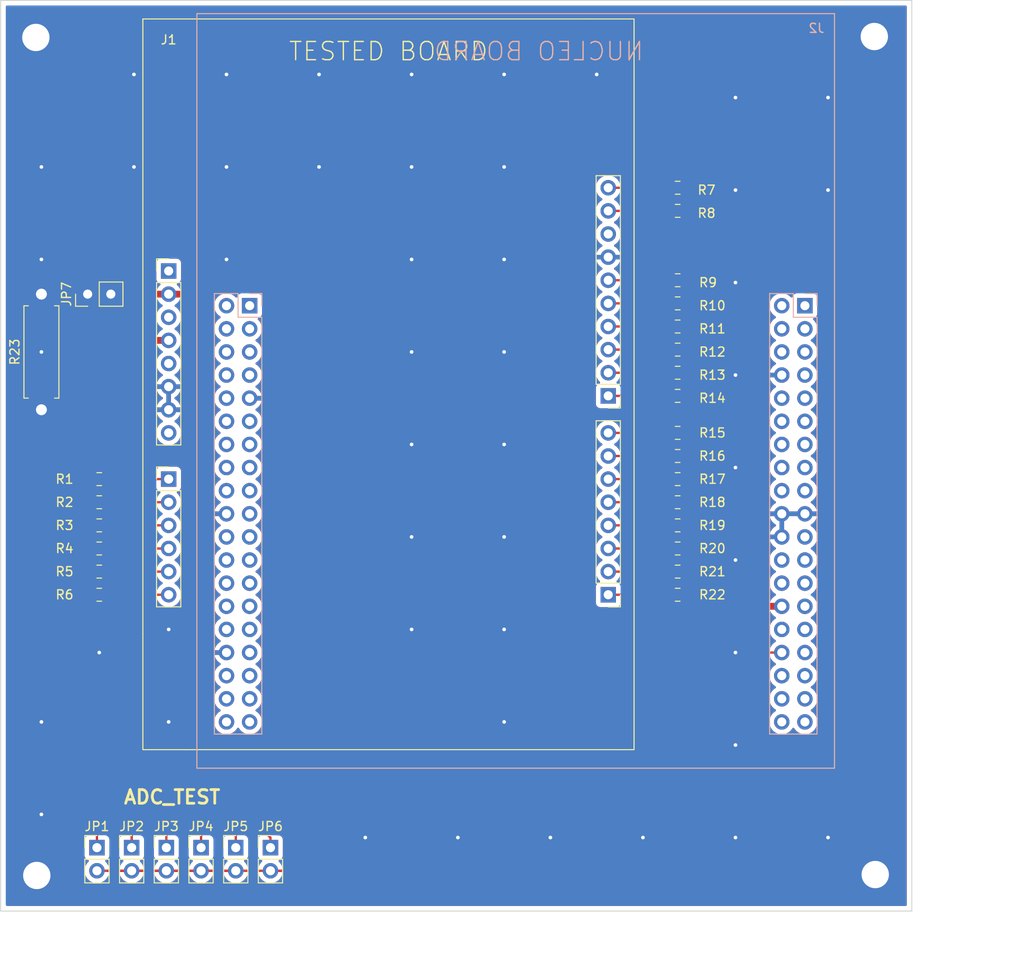
<source format=kicad_pcb>
(kicad_pcb (version 20171130) (host pcbnew "(5.1.10)-1")
  (layers (0 F.Cu signal) (31 B.Cu signal) (34 B.Paste user) (35 F.Paste user) (36 B.SilkS user) (37 F.SilkS user) (38 B.Mask user) (39 F.Mask user) (44 Edge.Cuts user))
  (net 0 "")
  (net 1 /T_P5-9V_VIN)
  (net 2 GND)
  (net 3 /T_P5V_USB)
  (net 4 /T_RESET_PTA1)
  (net 5 /T_SDA_PTD5)
  (net 6 /T_VREFH)
  (net 7 /PC10)
  (net 8 /PC11)
  (net 9 /PC12)
  (net 10 /PD2)
  (net 11 /VDD)
  (net 12 /E5V)
  (net 13 /BOOT0)
  (net 14 /IOREF)
  (net 15 /PA13)
  (net 16 /RESET)
  (net 17 /PA14)
  (net 18 /+3V3)
  (net 19 /PA15)
  (net 20 /+5V)
  (net 21 /PB7)
  (net 22 /PC13)
  (net 23 /VIN)
  (net 24 /PC14)
  (net 25 /PC15)
  (net 26 /PA0)
  (net 27 /PH0)
  (net 28 /PA1)
  (net 29 /PH1)
  (net 30 /PA4)
  (net 31 /VBAT)
  (net 32 /PB0)
  (net 33 /PC2)
  (net 34 /PC1)
  (net 35 /PC3)
  (net 36 /PC0)
  (net 37 /PA3)
  (net 38 /PA2)
  (net 39 /PC4)
  (net 40 /PA10)
  (net 41 /PB3)
  (net 42 /PB13)
  (net 43 /PB5)
  (net 44 /PB14)
  (net 45 /PB4)
  (net 46 /PB15)
  (net 47 /PB10)
  (net 48 /PB1)
  (net 49 /PA8)
  (net 50 /PB2)
  (net 51 /PA9)
  (net 52 /PC7)
  (net 53 /PB11)
  (net 54 /PB6)
  (net 55 /PB12)
  (net 56 /PA7)
  (net 57 /PA11)
  (net 58 /PA6)
  (net 59 /PA12)
  (net 60 /PA5)
  (net 61 /U5V)
  (net 62 /AVDD)
  (net 63 /PC5)
  (net 64 /PB9)
  (net 65 /PC6)
  (net 66 /PB8)
  (net 67 /PC8)
  (net 68 /PC9)
  (net 69 /T_PTB8)
  (net 70 /T_PTB9)
  (net 71 /T_PTA8)
  (net 72 /T_PTA0)
  (net 73 /T_PTA9)
  (net 74 /T_PTB13)
  (net 75 /T_PTB3)
  (net 76 /T_PTB4)
  (net 77 /T_PTB0)
  (net 78 /T_PTA6)
  (net 79 /T_PTA7)
  (net 80 /T_PTA5)
  (net 81 /T_PTB11)
  (net 82 /T_PTB10)
  (net 83 /T_PTB7)
  (net 84 /T_PTB6)
  (net 85 /T_PTA12)
  (net 86 /T_PTA10)
  (net 87 /T_PTB5)
  (net 88 /T_PTA11)
  (net 89 /T_PTB1)
  (net 90 /T_PTB2)
  (net 91 "Net-(J1-PadJ2_1)")
  (net 92 "Net-(J1-PadJ2_2)")
  (net 93 "Net-(J1-PadJ2_3)")
  (net 94 "Net-(J1-PadJ2_4)")
  (net 95 "Net-(J1-PadJ2_5)")
  (net 96 "Net-(J1-PadJ2_6)")
  (net 97 "Net-(J1-PadJ3_10)")
  (net 98 "Net-(J1-PadJ3_9)")
  (net 99 "Net-(J1-PadJ3_6)")
  (net 100 "Net-(J1-PadJ3_5)")
  (net 101 "Net-(J1-PadJ3_4)")
  (net 102 "Net-(J1-PadJ3_3)")
  (net 103 "Net-(J1-PadJ3_2)")
  (net 104 "Net-(J1-PadJ3_1)")
  (net 105 "Net-(J1-PadJ4_8)")
  (net 106 "Net-(J1-PadJ4_7)")
  (net 107 "Net-(J1-PadJ4_6)")
  (net 108 "Net-(J1-PadJ4_5)")
  (net 109 "Net-(J1-PadJ4_4)")
  (net 110 "Net-(J1-PadJ4_3)")
  (net 111 "Net-(J1-PadJ4_2)")
  (net 112 "Net-(J1-PadJ4_1)")
  (net 113 "Net-(J2-PadJ1_26)")
  (net 114 "Net-(J2-PadJ1_11)")
  (net 115 "Net-(J2-PadJ1_10)")
  (net 116 "Net-(J2-PadJ1_9)")
  (net 117 "Net-(J2-PadJ2_10)")
  (net 118 "Net-(J2-PadJ2_38)")
  (net 119 "Net-(J2-PadJ2_36)")
  (net 120 "Net-(JP7-Pad1)")
  (module Resistor_THT:R_Axial_DIN0411_L9.9mm_D3.6mm_P12.70mm_Horizontal (layer F.Cu) (at 127 72.39 90)
    (fp_text reference R23 (at 6.35 -2.92 90) (layer F.SilkS))
    (fp_text value "10 5W")
    (pad 2 thru_hole oval (at 12.7 0 90) (size 2.4 2.4) (drill 1.2) (layers *.Cu *.Mask) (net 120 "Net-(JP7-Pad1)"))
    (pad 1 thru_hole circle (at 0 0 90) (size 2.4 2.4) (drill 1.2) (layers *.Cu *.Mask) (net 2 GND))
  )
  (module TestBed_KL05_Library_Footprint:CONN_MORPH_NUCLEO (layer B.Cu) (at 179.07 55.88 180)
    (fp_text reference J2 (at -33.02 25.4) (layer B.SilkS) (effects (justify mirror)))
    (fp_text value CONN_NUCLEO_MORPH)
    (pad J2_8 thru_hole oval (at 31.75 -12.7 180) (size 1.7 1.7) (drill 1) (layers *.Cu *.Mask) (net 61 /U5V))
    (pad J2_19 thru_hole oval (at 29.21 -27.94 180) (size 1.7 1.7) (drill 1) (layers *.Cu *.Mask) (net 52 /PC7))
    (pad J2_3 thru_hole oval (at 29.21 -7.62 180) (size 1.7 1.7) (drill 1) (layers *.Cu *.Mask) (net 66 /PB8))
    (pad J2_33 thru_hole oval (at 29.21 -45.72 180) (size 1.7 1.7) (drill 1) (layers *.Cu *.Mask) (net 40 /PA10))
    (pad J2_17 thru_hole oval (at 29.21 -25.4 180) (size 1.7 1.7) (drill 1) (layers *.Cu *.Mask) (net 54 /PB6))
    (pad J2_1 thru_hole rect (at 29.21 -5.08 180) (size 1.7 1.7) (drill 1) (layers *.Cu *.Mask) (net 68 /PC9))
    (pad J2_27 thru_hole oval (at 29.21 -38.1 180) (size 1.7 1.7) (drill 1) (layers *.Cu *.Mask) (net 45 /PB4))
    (pad J2_23 thru_hole oval (at 29.21 -33.02 180) (size 1.7 1.7) (drill 1) (layers *.Cu *.Mask) (net 49 /PA8))
    (pad J2_35 thru_hole oval (at 29.21 -48.26 180) (size 1.7 1.7) (drill 1) (layers *.Cu *.Mask) (net 38 /PA2))
    (pad J2_16 thru_hole oval (at 31.75 -22.86 180) (size 1.7 1.7) (drill 1) (layers *.Cu *.Mask) (net 55 /PB12))
    (pad J2_36 thru_hole oval (at 31.75 -48.26 180) (size 1.7 1.7) (drill 1) (layers *.Cu *.Mask) (net 119 "Net-(J2-PadJ2_36)"))
    (pad J2_7 thru_hole oval (at 29.21 -12.7 180) (size 1.7 1.7) (drill 1) (layers *.Cu *.Mask) (net 62 /AVDD))
    (pad J2_32 thru_hole oval (at 31.75 -43.18 180) (size 1.7 1.7) (drill 1) (layers *.Cu *.Mask) (net 2 GND))
    (pad J2_25 thru_hole oval (at 29.21 -35.56 180) (size 1.7 1.7) (drill 1) (layers *.Cu *.Mask) (net 47 /PB10))
    (pad J2_24 thru_hole oval (at 31.75 -33.02 180) (size 1.7 1.7) (drill 1) (layers *.Cu *.Mask) (net 48 /PB1))
    (pad J2_13 thru_hole oval (at 29.21 -20.32 180) (size 1.7 1.7) (drill 1) (layers *.Cu *.Mask) (net 58 /PA6))
    (pad J2_31 thru_hole oval (at 29.21 -43.18 180) (size 1.7 1.7) (drill 1) (layers *.Cu *.Mask) (net 41 /PB3))
    (pad J2_4 thru_hole oval (at 31.75 -7.62 180) (size 1.7 1.7) (drill 1) (layers *.Cu *.Mask) (net 65 /PC6))
    (pad J2_21 thru_hole oval (at 29.21 -30.48 180) (size 1.7 1.7) (drill 1) (layers *.Cu *.Mask) (net 51 /PA9))
    (pad J2_14 thru_hole oval (at 31.75 -20.32 180) (size 1.7 1.7) (drill 1) (layers *.Cu *.Mask) (net 57 /PA11))
    (pad J2_5 thru_hole oval (at 29.21 -10.16 180) (size 1.7 1.7) (drill 1) (layers *.Cu *.Mask) (net 64 /PB9))
    (pad J2_20 thru_hole oval (at 31.75 -27.94 180) (size 1.7 1.7) (drill 1) (layers *.Cu *.Mask) (net 2 GND))
    (pad J2_9 thru_hole oval (at 29.21 -15.24 180) (size 1.7 1.7) (drill 1) (layers *.Cu *.Mask) (net 2 GND))
    (pad J2_11 thru_hole oval (at 29.21 -17.78 180) (size 1.7 1.7) (drill 1) (layers *.Cu *.Mask) (net 60 /PA5))
    (pad J2_34 thru_hole oval (at 31.75 -45.72 180) (size 1.7 1.7) (drill 1) (layers *.Cu *.Mask) (net 39 /PC4))
    (pad J2_26 thru_hole oval (at 31.75 -35.56 180) (size 1.7 1.7) (drill 1) (layers *.Cu *.Mask) (net 46 /PB15))
    (pad J2_30 thru_hole oval (at 31.75 -40.64 180) (size 1.7 1.7) (drill 1) (layers *.Cu *.Mask) (net 42 /PB13))
    (pad J2_29 thru_hole oval (at 29.21 -40.64 180) (size 1.7 1.7) (drill 1) (layers *.Cu *.Mask) (net 43 /PB5))
    (pad J2_15 thru_hole oval (at 29.21 -22.86 180) (size 1.7 1.7) (drill 1) (layers *.Cu *.Mask) (net 56 /PA7))
    (pad J2_37 thru_hole oval (at 29.21 -50.8 180) (size 1.7 1.7) (drill 1) (layers *.Cu *.Mask) (net 37 /PA3))
    (pad J2_38 thru_hole oval (at 31.75 -50.8 180) (size 1.7 1.7) (drill 1) (layers *.Cu *.Mask) (net 118 "Net-(J2-PadJ2_38)"))
    (pad J2_18 thru_hole oval (at 31.75 -25.4 180) (size 1.7 1.7) (drill 1) (layers *.Cu *.Mask) (net 53 /PB11))
    (pad J2_22 thru_hole oval (at 31.75 -30.48 180) (size 1.7 1.7) (drill 1) (layers *.Cu *.Mask) (net 50 /PB2))
    (pad J2_2 thru_hole oval (at 31.75 -5.08 180) (size 1.7 1.7) (drill 1) (layers *.Cu *.Mask) (net 67 /PC8))
    (pad J2_6 thru_hole oval (at 31.75 -10.16 180) (size 1.7 1.7) (drill 1) (layers *.Cu *.Mask) (net 63 /PC5))
    (pad J2_28 thru_hole oval (at 31.75 -38.1 180) (size 1.7 1.7) (drill 1) (layers *.Cu *.Mask) (net 44 /PB14))
    (pad J2_10 thru_hole oval (at 31.75 -15.24 180) (size 1.7 1.7) (drill 1) (layers *.Cu *.Mask) (net 117 "Net-(J2-PadJ2_10)"))
    (pad J2_12 thru_hole oval (at 31.75 -17.78 180) (size 1.7 1.7) (drill 1) (layers *.Cu *.Mask) (net 59 /PA12))
    (pad J1_9 thru_hole oval (at -31.75 -15.24 180) (size 1.7 1.7) (drill 1) (layers *.Cu *.Mask) (net 116 "Net-(J2-PadJ1_9)"))
    (pad J1_20 thru_hole oval (at -29.21 -27.94 180) (size 1.7 1.7) (drill 1) (layers *.Cu *.Mask) (net 2 GND))
    (pad J1_25 thru_hole oval (at -31.75 -35.56 180) (size 1.7 1.7) (drill 1) (layers *.Cu *.Mask) (net 24 /PC14))
    (pad J1_15 thru_hole oval (at -31.75 -22.86 180) (size 1.7 1.7) (drill 1) (layers *.Cu *.Mask) (net 17 /PA14))
    (pad J1_32 thru_hole oval (at -29.21 -43.18 180) (size 1.7 1.7) (drill 1) (layers *.Cu *.Mask) (net 30 /PA4))
    (pad J1_7 thru_hole oval (at -31.75 -12.7 180) (size 1.7 1.7) (drill 1) (layers *.Cu *.Mask) (net 13 /BOOT0))
    (pad J1_17 thru_hole oval (at -31.75 -25.4 180) (size 1.7 1.7) (drill 1) (layers *.Cu *.Mask) (net 19 /PA15))
    (pad J1_33 thru_hole oval (at -31.75 -45.72 180) (size 1.7 1.7) (drill 1) (layers *.Cu *.Mask) (net 31 /VBAT))
    (pad J1_5 thru_hole oval (at -31.75 -10.16 180) (size 1.7 1.7) (drill 1) (layers *.Cu *.Mask) (net 11 /VDD))
    (pad J1_29 thru_hole oval (at -31.75 -40.64 180) (size 1.7 1.7) (drill 1) (layers *.Cu *.Mask) (net 27 /PH0))
    (pad J1_3 thru_hole oval (at -31.75 -7.62 180) (size 1.7 1.7) (drill 1) (layers *.Cu *.Mask) (net 9 /PC12))
    (pad J1_14 thru_hole oval (at -29.21 -20.32 180) (size 1.7 1.7) (drill 1) (layers *.Cu *.Mask) (net 16 /RESET))
    (pad J1_19 thru_hole oval (at -31.75 -27.94 180) (size 1.7 1.7) (drill 1) (layers *.Cu *.Mask) (net 2 GND))
    (pad J1_10 thru_hole oval (at -29.21 -15.24 180) (size 1.7 1.7) (drill 1) (layers *.Cu *.Mask) (net 115 "Net-(J2-PadJ1_10)"))
    (pad J1_21 thru_hole oval (at -31.75 -30.48 180) (size 1.7 1.7) (drill 1) (layers *.Cu *.Mask) (net 21 /PB7))
    (pad J1_4 thru_hole oval (at -29.21 -7.62 180) (size 1.7 1.7) (drill 1) (layers *.Cu *.Mask) (net 10 /PD2))
    (pad J1_28 thru_hole oval (at -29.21 -38.1 180) (size 1.7 1.7) (drill 1) (layers *.Cu *.Mask) (net 26 /PA0))
    (pad J1_30 thru_hole oval (at -29.21 -40.64 180) (size 1.7 1.7) (drill 1) (layers *.Cu *.Mask) (net 28 /PA1))
    (pad J1_31 thru_hole oval (at -31.75 -43.18 180) (size 1.7 1.7) (drill 1) (layers *.Cu *.Mask) (net 29 /PH1))
    (pad J1_6 thru_hole oval (at -29.21 -10.16 180) (size 1.7 1.7) (drill 1) (layers *.Cu *.Mask) (net 12 /E5V))
    (pad J1_13 thru_hole oval (at -31.75 -20.32 180) (size 1.7 1.7) (drill 1) (layers *.Cu *.Mask) (net 15 /PA13))
    (pad J1_2 thru_hole oval (at -29.21 -5.08 180) (size 1.7 1.7) (drill 1) (layers *.Cu *.Mask) (net 8 /PC11))
    (pad J1_8 thru_hole oval (at -29.21 -12.7 180) (size 1.7 1.7) (drill 1) (layers *.Cu *.Mask) (net 2 GND))
    (pad J1_11 thru_hole oval (at -31.75 -17.78 180) (size 1.7 1.7) (drill 1) (layers *.Cu *.Mask) (net 114 "Net-(J2-PadJ1_11)"))
    (pad J1_12 thru_hole oval (at -29.21 -17.78 180) (size 1.7 1.7) (drill 1) (layers *.Cu *.Mask) (net 14 /IOREF))
    (pad J1_1 thru_hole rect (at -31.75 -5.08 180) (size 1.7 1.7) (drill 1) (layers *.Cu *.Mask) (net 7 /PC10))
    (pad J1_16 thru_hole oval (at -29.21 -22.86 180) (size 1.7 1.7) (drill 1) (layers *.Cu *.Mask) (net 18 /+3V3))
    (pad J1_18 thru_hole oval (at -29.21 -25.4 180) (size 1.7 1.7) (drill 1) (layers *.Cu *.Mask) (net 20 /+5V))
    (pad J1_22 thru_hole oval (at -29.21 -30.48 180) (size 1.7 1.7) (drill 1) (layers *.Cu *.Mask) (net 2 GND))
    (pad J1_23 thru_hole oval (at -31.75 -33.02 180) (size 1.7 1.7) (drill 1) (layers *.Cu *.Mask) (net 22 /PC13))
    (pad J1_24 thru_hole oval (at -29.21 -33.02 180) (size 1.7 1.7) (drill 1) (layers *.Cu *.Mask) (net 23 /VIN))
    (pad J1_26 thru_hole oval (at -29.21 -35.56 180) (size 1.7 1.7) (drill 1) (layers *.Cu *.Mask) (net 113 "Net-(J2-PadJ1_26)"))
    (pad J1_27 thru_hole oval (at -31.75 -38.1 180) (size 1.7 1.7) (drill 1) (layers *.Cu *.Mask) (net 25 /PC15))
    (pad J1_35 thru_hole oval (at -31.75 -48.26 180) (size 1.7 1.7) (drill 1) (layers *.Cu *.Mask) (net 33 /PC2))
    (pad J1_34 thru_hole oval (at -29.21 -45.72 180) (size 1.7 1.7) (drill 1) (layers *.Cu *.Mask) (net 32 /PB0))
    (pad J1_38 thru_hole oval (at -29.21 -50.8 180) (size 1.7 1.7) (drill 1) (layers *.Cu *.Mask) (net 36 /PC0))
    (pad J1_36 thru_hole oval (at -29.21 -48.26 180) (size 1.7 1.7) (drill 1) (layers *.Cu *.Mask) (net 34 /PC1))
    (pad J1_37 thru_hole oval (at -31.75 -50.8 180) (size 1.7 1.7) (drill 1) (layers *.Cu *.Mask) (net 35 /PC3))
  )
  (module TestBed_KL05_Library_Footprint:CONN_ARDUINO_R3 (layer F.Cu) (at 165.1 68.58)
    (fp_text reference J1 (at -24.13 -36.83) (layer F.SilkS))
    (fp_text value CONN_ARDUINO_R3)
    (pad J3_5 thru_hole oval (at 24.13 -7.874 180) (size 1.7 1.7) (drill 1) (layers *.Cu *.Mask) (net 100 "Net-(J1-PadJ3_5)"))
    (pad J3_7 thru_hole oval (at 24.13 -12.954 180) (size 1.7 1.7) (drill 1) (layers *.Cu *.Mask) (net 2 GND))
    (pad J3_4 thru_hole oval (at 24.13 -5.334 180) (size 1.7 1.7) (drill 1) (layers *.Cu *.Mask) (net 101 "Net-(J1-PadJ3_4)"))
    (pad J3_9 thru_hole oval (at 24.13 -18.034 180) (size 1.7 1.7) (drill 1) (layers *.Cu *.Mask) (net 98 "Net-(J1-PadJ3_9)"))
    (pad J3_3 thru_hole oval (at 24.13 -2.794 180) (size 1.7 1.7) (drill 1) (layers *.Cu *.Mask) (net 102 "Net-(J1-PadJ3_3)"))
    (pad J3_8 thru_hole oval (at 24.13 -15.494 180) (size 1.7 1.7) (drill 1) (layers *.Cu *.Mask) (net 6 /T_VREFH))
    (pad J3_1 thru_hole rect (at 24.13 2.286 180) (size 1.7 1.7) (drill 1) (layers *.Cu *.Mask) (net 104 "Net-(J1-PadJ3_1)"))
    (pad J3_2 thru_hole oval (at 24.13 -0.254 180) (size 1.7 1.7) (drill 1) (layers *.Cu *.Mask) (net 103 "Net-(J1-PadJ3_2)"))
    (pad J3_6 thru_hole oval (at 24.13 -10.414 180) (size 1.7 1.7) (drill 1) (layers *.Cu *.Mask) (net 99 "Net-(J1-PadJ3_6)"))
    (pad J3_10 thru_hole oval (at 24.13 -20.574 180) (size 1.7 1.7) (drill 1) (layers *.Cu *.Mask) (net 97 "Net-(J1-PadJ3_10)"))
    (pad J4_4 thru_hole oval (at 24.13 16.51 180) (size 1.7 1.7) (drill 1) (layers *.Cu *.Mask) (net 109 "Net-(J1-PadJ4_4)"))
    (pad J4_8 thru_hole oval (at 24.13 6.35 180) (size 1.7 1.7) (drill 1) (layers *.Cu *.Mask) (net 105 "Net-(J1-PadJ4_8)"))
    (pad J4_2 thru_hole oval (at 24.13 21.59 180) (size 1.7 1.7) (drill 1) (layers *.Cu *.Mask) (net 111 "Net-(J1-PadJ4_2)"))
    (pad J4_7 thru_hole oval (at 24.13 8.89 180) (size 1.7 1.7) (drill 1) (layers *.Cu *.Mask) (net 106 "Net-(J1-PadJ4_7)"))
    (pad J4_3 thru_hole oval (at 24.13 19.05 180) (size 1.7 1.7) (drill 1) (layers *.Cu *.Mask) (net 110 "Net-(J1-PadJ4_3)"))
    (pad J4_6 thru_hole oval (at 24.13 11.43 180) (size 1.7 1.7) (drill 1) (layers *.Cu *.Mask) (net 107 "Net-(J1-PadJ4_6)"))
    (pad J4_1 thru_hole rect (at 24.13 24.13 180) (size 1.7 1.7) (drill 1) (layers *.Cu *.Mask) (net 112 "Net-(J1-PadJ4_1)"))
    (pad J4_5 thru_hole oval (at 24.13 13.97 180) (size 1.7 1.7) (drill 1) (layers *.Cu *.Mask) (net 108 "Net-(J1-PadJ4_5)"))
    (pad J2_5 thru_hole oval (at -24.13 21.59) (size 1.7 1.7) (drill 1) (layers *.Cu *.Mask) (net 95 "Net-(J1-PadJ2_5)"))
    (pad J2_6 thru_hole oval (at -24.13 24.13) (size 1.7 1.7) (drill 1) (layers *.Cu *.Mask) (net 96 "Net-(J1-PadJ2_6)"))
    (pad J2_4 thru_hole oval (at -24.13 19.05) (size 1.7 1.7) (drill 1) (layers *.Cu *.Mask) (net 94 "Net-(J1-PadJ2_4)"))
    (pad J2_3 thru_hole oval (at -24.13 16.51) (size 1.7 1.7) (drill 1) (layers *.Cu *.Mask) (net 93 "Net-(J1-PadJ2_3)"))
    (pad J2_1 thru_hole rect (at -24.13 11.43) (size 1.7 1.7) (drill 1) (layers *.Cu *.Mask) (net 91 "Net-(J1-PadJ2_1)"))
    (pad J2_2 thru_hole oval (at -24.13 13.97) (size 1.7 1.7) (drill 1) (layers *.Cu *.Mask) (net 92 "Net-(J1-PadJ2_2)"))
    (pad J1_4 thru_hole oval (at -24.13 -3.81) (size 1.7 1.7) (drill 1) (layers *.Cu *.Mask) (net 26 /PA0))
    (pad J1_7 thru_hole oval (at -24.13 3.81) (size 1.7 1.7) (drill 1) (layers *.Cu *.Mask) (net 2 GND))
    (pad J1_1 thru_hole rect (at -24.13 -11.43) (size 1.7 1.7) (drill 1) (layers *.Cu *.Mask) (net 5 /T_SDA_PTD5))
    (pad J1_5 thru_hole oval (at -24.13 -1.27) (size 1.7 1.7) (drill 1) (layers *.Cu *.Mask) (net 3 /T_P5V_USB))
    (pad J1_6 thru_hole oval (at -24.13 1.27) (size 1.7 1.7) (drill 1) (layers *.Cu *.Mask) (net 2 GND))
    (pad J1_2 thru_hole oval (at -24.13 -8.89) (size 1.7 1.7) (drill 1) (layers *.Cu *.Mask) (net 26 /PA0))
    (pad J1_8 thru_hole oval (at -24.13 6.35) (size 1.7 1.7) (drill 1) (layers *.Cu *.Mask) (net 1 /T_P5-9V_VIN))
    (pad J1_3 thru_hole oval (at -24.13 -6.35) (size 1.7 1.7) (drill 1) (layers *.Cu *.Mask) (net 4 /T_RESET_PTA1))
  )
  (module Connector_PinHeader_2.54mm:PinHeader_1x02_P2.54mm_Vertical (layer F.Cu) (at 133.096 120.49)
    (fp_text reference JP1 (at 0 -2.33) (layer F.SilkS))
    (fp_text value Jumper)
    (pad 1 thru_hole rect (at 0 0) (size 1.7 1.7) (drill 1) (layers *.Cu *.Mask) (net 69 /T_PTB8))
    (pad 2 thru_hole oval (at 0 2.54) (size 1.7 1.7) (drill 1) (layers *.Cu *.Mask) (net 30 /PA4))
  )
  (module Connector_PinHeader_2.54mm:PinHeader_1x02_P2.54mm_Vertical (layer F.Cu) (at 136.906 120.49)
    (fp_text reference JP2 (at 0 -2.33) (layer F.SilkS))
    (fp_text value Jumper)
    (pad 2 thru_hole oval (at 0 2.54) (size 1.7 1.7) (drill 1) (layers *.Cu *.Mask) (net 30 /PA4))
    (pad 1 thru_hole rect (at 0 0) (size 1.7 1.7) (drill 1) (layers *.Cu *.Mask) (net 70 /T_PTB9))
  )
  (module Connector_PinHeader_2.54mm:PinHeader_1x02_P2.54mm_Vertical (layer F.Cu) (at 140.716 120.49)
    (fp_text reference JP3 (at 0 -2.33) (layer F.SilkS))
    (fp_text value Jumper)
    (pad 1 thru_hole rect (at 0 0) (size 1.7 1.7) (drill 1) (layers *.Cu *.Mask) (net 71 /T_PTA8))
    (pad 2 thru_hole oval (at 0 2.54) (size 1.7 1.7) (drill 1) (layers *.Cu *.Mask) (net 30 /PA4))
  )
  (module Connector_PinHeader_2.54mm:PinHeader_1x02_P2.54mm_Vertical (layer F.Cu) (at 144.526 120.49)
    (fp_text reference JP4 (at 0 -2.33) (layer F.SilkS))
    (fp_text value Jumper)
    (pad 2 thru_hole oval (at 0 2.54) (size 1.7 1.7) (drill 1) (layers *.Cu *.Mask) (net 30 /PA4))
    (pad 1 thru_hole rect (at 0 0) (size 1.7 1.7) (drill 1) (layers *.Cu *.Mask) (net 72 /T_PTA0))
  )
  (module Connector_PinHeader_2.54mm:PinHeader_1x02_P2.54mm_Vertical (layer F.Cu) (at 148.336 120.49)
    (fp_text reference JP5 (at 0 -2.33) (layer F.SilkS))
    (fp_text value Jumper)
    (pad 1 thru_hole rect (at 0 0) (size 1.7 1.7) (drill 1) (layers *.Cu *.Mask) (net 73 /T_PTA9))
    (pad 2 thru_hole oval (at 0 2.54) (size 1.7 1.7) (drill 1) (layers *.Cu *.Mask) (net 30 /PA4))
  )
  (module Connector_PinHeader_2.54mm:PinHeader_1x02_P2.54mm_Vertical (layer F.Cu) (at 152.146 120.49)
    (fp_text reference JP6 (at 0 -2.33) (layer F.SilkS))
    (fp_text value Jumper)
    (pad 2 thru_hole oval (at 0 2.54) (size 1.7 1.7) (drill 1) (layers *.Cu *.Mask) (net 30 /PA4))
    (pad 1 thru_hole rect (at 0 0) (size 1.7 1.7) (drill 1) (layers *.Cu *.Mask) (net 74 /T_PTB13))
  )
  (module Resistor_SMD:R_0805_2012Metric_Pad1.15x1.40mm_HandSolder (layer F.Cu) (at 133.35 80.01 180)
    (fp_text reference R1 (at 3.81 0) (layer F.SilkS))
    (fp_text value 330)
    (pad 2 smd roundrect (at 1.025 0 180) (size 1.15 1.4) (layers F.Cu F.Paste F.Mask) (roundrect_rratio 0.217391) (net 69 /T_PTB8))
    (pad 1 smd roundrect (at -1.025 0 180) (size 1.15 1.4) (layers F.Cu F.Paste F.Mask) (roundrect_rratio 0.217391) (net 91 "Net-(J1-PadJ2_1)"))
  )
  (module Resistor_SMD:R_0805_2012Metric_Pad1.15x1.40mm_HandSolder (layer F.Cu) (at 133.35 82.55 180)
    (fp_text reference R2 (at 3.81 0) (layer F.SilkS))
    (fp_text value 330)
    (pad 1 smd roundrect (at -1.025 0 180) (size 1.15 1.4) (layers F.Cu F.Paste F.Mask) (roundrect_rratio 0.217391) (net 92 "Net-(J1-PadJ2_2)"))
    (pad 2 smd roundrect (at 1.025 0 180) (size 1.15 1.4) (layers F.Cu F.Paste F.Mask) (roundrect_rratio 0.217391) (net 70 /T_PTB9))
  )
  (module Resistor_SMD:R_0805_2012Metric_Pad1.15x1.40mm_HandSolder (layer F.Cu) (at 133.35 85.09 180)
    (fp_text reference R3 (at 3.81 0) (layer F.SilkS))
    (fp_text value 330)
    (pad 2 smd roundrect (at 1.025 0 180) (size 1.15 1.4) (layers F.Cu F.Paste F.Mask) (roundrect_rratio 0.217391) (net 71 /T_PTA8))
    (pad 1 smd roundrect (at -1.025 0 180) (size 1.15 1.4) (layers F.Cu F.Paste F.Mask) (roundrect_rratio 0.217391) (net 93 "Net-(J1-PadJ2_3)"))
  )
  (module Resistor_SMD:R_0805_2012Metric_Pad1.15x1.40mm_HandSolder (layer F.Cu) (at 133.35 87.63 180)
    (fp_text reference R4 (at 3.81 0) (layer F.SilkS))
    (fp_text value 330)
    (pad 1 smd roundrect (at -1.025 0 180) (size 1.15 1.4) (layers F.Cu F.Paste F.Mask) (roundrect_rratio 0.217391) (net 94 "Net-(J1-PadJ2_4)"))
    (pad 2 smd roundrect (at 1.025 0 180) (size 1.15 1.4) (layers F.Cu F.Paste F.Mask) (roundrect_rratio 0.217391) (net 72 /T_PTA0))
  )
  (module Resistor_SMD:R_0805_2012Metric_Pad1.15x1.40mm_HandSolder (layer F.Cu) (at 133.35 90.17 180)
    (fp_text reference R5 (at 3.81 0) (layer F.SilkS))
    (fp_text value 330)
    (pad 2 smd roundrect (at 1.025 0 180) (size 1.15 1.4) (layers F.Cu F.Paste F.Mask) (roundrect_rratio 0.217391) (net 73 /T_PTA9))
    (pad 1 smd roundrect (at -1.025 0 180) (size 1.15 1.4) (layers F.Cu F.Paste F.Mask) (roundrect_rratio 0.217391) (net 95 "Net-(J1-PadJ2_5)"))
  )
  (module Resistor_SMD:R_0805_2012Metric_Pad1.15x1.40mm_HandSolder (layer F.Cu) (at 133.35 92.71 180)
    (fp_text reference R6 (at 3.81 0) (layer F.SilkS))
    (fp_text value 330)
    (pad 2 smd roundrect (at 1.025 0 180) (size 1.15 1.4) (layers F.Cu F.Paste F.Mask) (roundrect_rratio 0.217391) (net 74 /T_PTB13))
    (pad 1 smd roundrect (at -1.025 0 180) (size 1.15 1.4) (layers F.Cu F.Paste F.Mask) (roundrect_rratio 0.217391) (net 96 "Net-(J1-PadJ2_6)"))
  )
  (module Resistor_SMD:R_0805_2012Metric_Pad1.15x1.40mm_HandSolder (layer F.Cu) (at 196.85 48.006 180)
    (fp_text reference R7 (at -3.175 -0.254) (layer F.SilkS))
    (fp_text value 330)
    (pad 1 smd roundrect (at -1.025 0 180) (size 1.15 1.4) (layers F.Cu F.Paste F.Mask) (roundrect_rratio 0.217391) (net 75 /T_PTB3))
    (pad 2 smd roundrect (at 1.025 0 180) (size 1.15 1.4) (layers F.Cu F.Paste F.Mask) (roundrect_rratio 0.217391) (net 97 "Net-(J1-PadJ3_10)"))
  )
  (module Resistor_SMD:R_0805_2012Metric_Pad1.15x1.40mm_HandSolder (layer F.Cu) (at 196.85 50.546 180)
    (fp_text reference R8 (at -3.175 -0.254) (layer F.SilkS))
    (fp_text value 330)
    (pad 1 smd roundrect (at -1.025 0 180) (size 1.15 1.4) (layers F.Cu F.Paste F.Mask) (roundrect_rratio 0.217391) (net 76 /T_PTB4))
    (pad 2 smd roundrect (at 1.025 0 180) (size 1.15 1.4) (layers F.Cu F.Paste F.Mask) (roundrect_rratio 0.217391) (net 98 "Net-(J1-PadJ3_9)"))
  )
  (module Resistor_SMD:R_0805_2012Metric_Pad1.15x1.40mm_HandSolder (layer F.Cu) (at 196.85 58.166 180)
    (fp_text reference R9 (at -3.33248 -0.254) (layer F.SilkS))
    (fp_text value 330)
    (pad 2 smd roundrect (at 1.025 0 180) (size 1.15 1.4) (layers F.Cu F.Paste F.Mask) (roundrect_rratio 0.217391) (net 99 "Net-(J1-PadJ3_6)"))
    (pad 1 smd roundrect (at -1.025 0 180) (size 1.15 1.4) (layers F.Cu F.Paste F.Mask) (roundrect_rratio 0.217391) (net 77 /T_PTB0))
  )
  (module Resistor_SMD:R_0805_2012Metric_Pad1.15x1.40mm_HandSolder (layer F.Cu) (at 196.85 60.706 180)
    (fp_text reference R10 (at -3.81 -0.254) (layer F.SilkS))
    (fp_text value 330)
    (pad 1 smd roundrect (at -1.025 0 180) (size 1.15 1.4) (layers F.Cu F.Paste F.Mask) (roundrect_rratio 0.217391) (net 78 /T_PTA6))
    (pad 2 smd roundrect (at 1.025 0 180) (size 1.15 1.4) (layers F.Cu F.Paste F.Mask) (roundrect_rratio 0.217391) (net 100 "Net-(J1-PadJ3_5)"))
  )
  (module Resistor_SMD:R_0805_2012Metric_Pad1.15x1.40mm_HandSolder (layer F.Cu) (at 196.85 63.246 180)
    (fp_text reference R11 (at -3.81 -0.254) (layer F.SilkS))
    (fp_text value 330)
    (pad 2 smd roundrect (at 1.025 0 180) (size 1.15 1.4) (layers F.Cu F.Paste F.Mask) (roundrect_rratio 0.217391) (net 101 "Net-(J1-PadJ3_4)"))
    (pad 1 smd roundrect (at -1.025 0 180) (size 1.15 1.4) (layers F.Cu F.Paste F.Mask) (roundrect_rratio 0.217391) (net 79 /T_PTA7))
  )
  (module Resistor_SMD:R_0805_2012Metric_Pad1.15x1.40mm_HandSolder (layer F.Cu) (at 196.85 65.786 180)
    (fp_text reference R12 (at -3.81 -0.254) (layer F.SilkS))
    (fp_text value 330)
    (pad 1 smd roundrect (at -1.025 0 180) (size 1.15 1.4) (layers F.Cu F.Paste F.Mask) (roundrect_rratio 0.217391) (net 80 /T_PTA5))
    (pad 2 smd roundrect (at 1.025 0 180) (size 1.15 1.4) (layers F.Cu F.Paste F.Mask) (roundrect_rratio 0.217391) (net 102 "Net-(J1-PadJ3_3)"))
  )
  (module Resistor_SMD:R_0805_2012Metric_Pad1.15x1.40mm_HandSolder (layer F.Cu) (at 196.85 68.326 180)
    (fp_text reference R13 (at -3.81 -0.254) (layer F.SilkS))
    (fp_text value 330)
    (pad 2 smd roundrect (at 1.025 0 180) (size 1.15 1.4) (layers F.Cu F.Paste F.Mask) (roundrect_rratio 0.217391) (net 103 "Net-(J1-PadJ3_2)"))
    (pad 1 smd roundrect (at -1.025 0 180) (size 1.15 1.4) (layers F.Cu F.Paste F.Mask) (roundrect_rratio 0.217391) (net 81 /T_PTB11))
  )
  (module Resistor_SMD:R_0805_2012Metric_Pad1.15x1.40mm_HandSolder (layer F.Cu) (at 196.85 70.866 180)
    (fp_text reference R14 (at -3.81 -0.254) (layer F.SilkS))
    (fp_text value 330)
    (pad 1 smd roundrect (at -1.025 0 180) (size 1.15 1.4) (layers F.Cu F.Paste F.Mask) (roundrect_rratio 0.217391) (net 82 /T_PTB10))
    (pad 2 smd roundrect (at 1.025 0 180) (size 1.15 1.4) (layers F.Cu F.Paste F.Mask) (roundrect_rratio 0.217391) (net 104 "Net-(J1-PadJ3_1)"))
  )
  (module Resistor_SMD:R_0805_2012Metric_Pad1.15x1.40mm_HandSolder (layer F.Cu) (at 196.85 74.93 180)
    (fp_text reference R15 (at -3.81 0) (layer F.SilkS))
    (fp_text value 330)
    (pad 2 smd roundrect (at 1.025 0 180) (size 1.15 1.4) (layers F.Cu F.Paste F.Mask) (roundrect_rratio 0.217391) (net 105 "Net-(J1-PadJ4_8)"))
    (pad 1 smd roundrect (at -1.025 0 180) (size 1.15 1.4) (layers F.Cu F.Paste F.Mask) (roundrect_rratio 0.217391) (net 83 /T_PTB7))
  )
  (module Resistor_SMD:R_0805_2012Metric_Pad1.15x1.40mm_HandSolder (layer F.Cu) (at 196.85 77.47 180)
    (fp_text reference R16 (at -3.81 0) (layer F.SilkS))
    (fp_text value 330)
    (pad 1 smd roundrect (at -1.025 0 180) (size 1.15 1.4) (layers F.Cu F.Paste F.Mask) (roundrect_rratio 0.217391) (net 84 /T_PTB6))
    (pad 2 smd roundrect (at 1.025 0 180) (size 1.15 1.4) (layers F.Cu F.Paste F.Mask) (roundrect_rratio 0.217391) (net 106 "Net-(J1-PadJ4_7)"))
  )
  (module Resistor_SMD:R_0805_2012Metric_Pad1.15x1.40mm_HandSolder (layer F.Cu) (at 196.85 80.01 180)
    (fp_text reference R17 (at -3.81 0) (layer F.SilkS))
    (fp_text value 330)
    (pad 2 smd roundrect (at 1.025 0 180) (size 1.15 1.4) (layers F.Cu F.Paste F.Mask) (roundrect_rratio 0.217391) (net 107 "Net-(J1-PadJ4_6)"))
    (pad 1 smd roundrect (at -1.025 0 180) (size 1.15 1.4) (layers F.Cu F.Paste F.Mask) (roundrect_rratio 0.217391) (net 85 /T_PTA12))
  )
  (module Resistor_SMD:R_0805_2012Metric_Pad1.15x1.40mm_HandSolder (layer F.Cu) (at 196.85 82.55 180)
    (fp_text reference R18 (at -3.81 0) (layer F.SilkS))
    (fp_text value 330)
    (pad 1 smd roundrect (at -1.025 0 180) (size 1.15 1.4) (layers F.Cu F.Paste F.Mask) (roundrect_rratio 0.217391) (net 86 /T_PTA10))
    (pad 2 smd roundrect (at 1.025 0 180) (size 1.15 1.4) (layers F.Cu F.Paste F.Mask) (roundrect_rratio 0.217391) (net 108 "Net-(J1-PadJ4_5)"))
  )
  (module Resistor_SMD:R_0805_2012Metric_Pad1.15x1.40mm_HandSolder (layer F.Cu) (at 196.85 85.09 180)
    (fp_text reference R19 (at -3.81 0) (layer F.SilkS))
    (fp_text value 330)
    (pad 2 smd roundrect (at 1.025 0 180) (size 1.15 1.4) (layers F.Cu F.Paste F.Mask) (roundrect_rratio 0.217391) (net 109 "Net-(J1-PadJ4_4)"))
    (pad 1 smd roundrect (at -1.025 0 180) (size 1.15 1.4) (layers F.Cu F.Paste F.Mask) (roundrect_rratio 0.217391) (net 87 /T_PTB5))
  )
  (module Resistor_SMD:R_0805_2012Metric_Pad1.15x1.40mm_HandSolder (layer F.Cu) (at 196.85 87.63 180)
    (fp_text reference R20 (at -3.81 0) (layer F.SilkS))
    (fp_text value 330)
    (pad 1 smd roundrect (at -1.025 0 180) (size 1.15 1.4) (layers F.Cu F.Paste F.Mask) (roundrect_rratio 0.217391) (net 88 /T_PTA11))
    (pad 2 smd roundrect (at 1.025 0 180) (size 1.15 1.4) (layers F.Cu F.Paste F.Mask) (roundrect_rratio 0.217391) (net 110 "Net-(J1-PadJ4_3)"))
  )
  (module Resistor_SMD:R_0805_2012Metric_Pad1.15x1.40mm_HandSolder (layer F.Cu) (at 196.85 90.17 180)
    (fp_text reference R21 (at -3.81 0) (layer F.SilkS))
    (fp_text value 330)
    (pad 2 smd roundrect (at 1.025 0 180) (size 1.15 1.4) (layers F.Cu F.Paste F.Mask) (roundrect_rratio 0.217391) (net 111 "Net-(J1-PadJ4_2)"))
    (pad 1 smd roundrect (at -1.025 0 180) (size 1.15 1.4) (layers F.Cu F.Paste F.Mask) (roundrect_rratio 0.217391) (net 89 /T_PTB1))
  )
  (module Resistor_SMD:R_0805_2012Metric_Pad1.15x1.40mm_HandSolder (layer F.Cu) (at 196.85 92.71 180)
    (fp_text reference R22 (at -3.81 0) (layer F.SilkS))
    (fp_text value 330)
    (pad 1 smd roundrect (at -1.025 0 180) (size 1.15 1.4) (layers F.Cu F.Paste F.Mask) (roundrect_rratio 0.217391) (net 90 /T_PTB2))
    (pad 2 smd roundrect (at 1.025 0 180) (size 1.15 1.4) (layers F.Cu F.Paste F.Mask) (roundrect_rratio 0.217391) (net 112 "Net-(J1-PadJ4_1)"))
  )
  (module Connector_PinHeader_2.54mm:PinHeader_1x02_P2.54mm_Vertical (layer F.Cu) (at 132.08 59.69 90)
    (fp_text reference JP7 (at 0 -2.33 90) (layer F.SilkS))
    (fp_text value Jumper)
    (pad 1 thru_hole rect (at 0 0 90) (size 1.7 1.7) (drill 1) (layers *.Cu *.Mask) (net 120 "Net-(JP7-Pad1)"))
    (pad 2 thru_hole oval (at 0 2.54 90) (size 1.7 1.7) (drill 1) (layers *.Cu *.Mask) (net 26 /PA0))
  )
  (gr_text "NUCLEO BOARD" (at 181.61 33.02) (layer B.SilkS) (effects (font (size 2 2)) (justify mirror)))
  (gr_text "TESTED BOARD" (at 165.1 33.02) (layer F.SilkS) (effects (font (size 2 2))))
  (gr_text ADC_TEST (at 141.351 114.935) (layer F.SilkS) (effects (font (size 1.5 1.5) (thickness 0.3))))
  (gr_line (start 122.5296 127.4572) (end 122.5296 27.432) (layer Edge.Cuts) (width 0.1))
  (gr_line (start 222.5548 127.4572) (end 122.5296 127.4572) (layer Edge.Cuts) (width 0.1))
  (gr_line (start 222.5548 27.432) (end 222.5548 127.4572) (layer Edge.Cuts) (width 0.1))
  (gr_line (start 122.5296 27.432) (end 222.5548 27.432) (layer Edge.Cuts) (width 0.1))
  (via (at 218.44 31.3944) (size 6) (drill 3) (layers F.Cu B.Cu) (net 2))
  (via (at 218.5416 123.444) (size 6) (drill 3) (layers F.Cu B.Cu) (net 2))
  (via (at 126.3904 31.496) (size 6) (drill 3) (layers F.Cu B.Cu) (net 2))
  (via (at 126.492 123.5456) (size 6) (drill 3) (layers F.Cu B.Cu) (net 2))
  (via (at 133.35 99.06) (size 0.8) (drill 0.4) (layers F.Cu B.Cu) (net 2))
  (via (at 203.2 68.58) (size 0.8) (drill 0.4) (layers F.Cu B.Cu) (net 2))
  (via (at 203.2 88.9) (size 0.8) (drill 0.4) (layers F.Cu B.Cu) (net 2))
  (via (at 203.2 109.22) (size 0.8) (drill 0.4) (layers F.Cu B.Cu) (net 2))
  (via (at 203.2 78.74) (size 0.8) (drill 0.4) (layers F.Cu B.Cu) (net 2))
  (via (at 203.2 99.06) (size 0.8) (drill 0.4) (layers F.Cu B.Cu) (net 2))
  (via (at 203.2 58.42) (size 0.8) (drill 0.4) (layers F.Cu B.Cu) (net 2))
  (via (at 167.64 66.04) (size 0.8) (drill 0.4) (layers F.Cu B.Cu) (net 2))
  (via (at 167.64 86.36) (size 0.8) (drill 0.4) (layers F.Cu B.Cu) (net 2))
  (via (at 167.64 76.2) (size 0.8) (drill 0.4) (layers F.Cu B.Cu) (net 2))
  (via (at 167.64 96.52) (size 0.8) (drill 0.4) (layers F.Cu B.Cu) (net 2))
  (via (at 167.64 55.88) (size 0.8) (drill 0.4) (layers F.Cu B.Cu) (net 2))
  (via (at 177.8 66.04) (size 0.8) (drill 0.4) (layers F.Cu B.Cu) (net 2))
  (via (at 177.8 86.36) (size 0.8) (drill 0.4) (layers F.Cu B.Cu) (net 2))
  (via (at 177.8 106.68) (size 0.8) (drill 0.4) (layers F.Cu B.Cu) (net 2))
  (via (at 177.8 76.2) (size 0.8) (drill 0.4) (layers F.Cu B.Cu) (net 2))
  (via (at 177.8 96.52) (size 0.8) (drill 0.4) (layers F.Cu B.Cu) (net 2))
  (via (at 177.8 55.88) (size 0.8) (drill 0.4) (layers F.Cu B.Cu) (net 2))
  (via (at 167.64 45.72) (size 0.8) (drill 0.4) (layers F.Cu B.Cu) (net 2))
  (via (at 147.32 45.72) (size 0.8) (drill 0.4) (layers F.Cu B.Cu) (net 2))
  (via (at 127 45.72) (size 0.8) (drill 0.4) (layers F.Cu B.Cu) (net 2))
  (via (at 157.48 45.72) (size 0.8) (drill 0.4) (layers F.Cu B.Cu) (net 2))
  (via (at 137.16 45.72) (size 0.8) (drill 0.4) (layers F.Cu B.Cu) (net 2))
  (via (at 177.8 45.72) (size 0.8) (drill 0.4) (layers F.Cu B.Cu) (net 2))
  (via (at 177.8 35.56) (size 0.8) (drill 0.4) (layers F.Cu B.Cu) (net 2))
  (via (at 157.48 35.56) (size 0.8) (drill 0.4) (layers F.Cu B.Cu) (net 2))
  (via (at 137.16 35.56) (size 0.8) (drill 0.4) (layers F.Cu B.Cu) (net 2))
  (via (at 167.64 35.56) (size 0.8) (drill 0.4) (layers F.Cu B.Cu) (net 2))
  (via (at 147.32 35.56) (size 0.8) (drill 0.4) (layers F.Cu B.Cu) (net 2))
  (via (at 187.96 35.56) (size 0.8) (drill 0.4) (layers F.Cu B.Cu) (net 2))
  (via (at 203.2 48.26) (size 0.8) (drill 0.4) (layers F.Cu B.Cu) (net 2))
  (via (at 203.2 38.1) (size 0.8) (drill 0.4) (layers F.Cu B.Cu) (net 2))
  (via (at 213.36 48.26) (size 0.8) (drill 0.4) (layers F.Cu B.Cu) (net 2))
  (via (at 213.36 38.1) (size 0.8) (drill 0.4) (layers F.Cu B.Cu) (net 2))
  (via (at 127 66.04) (size 0.8) (drill 0.4) (layers F.Cu B.Cu) (net 2))
  (via (at 127 55.88) (size 0.8) (drill 0.4) (layers F.Cu B.Cu) (net 2))
  (via (at 140.97 106.68) (size 0.8) (drill 0.4) (layers F.Cu B.Cu) (net 2))
  (via (at 140.97 96.52) (size 0.8) (drill 0.4) (layers F.Cu B.Cu) (net 2))
  (via (at 127 116.84) (size 0.8) (drill 0.4) (layers F.Cu B.Cu) (net 2))
  (via (at 127 106.68) (size 0.8) (drill 0.4) (layers F.Cu B.Cu) (net 2))
  (via (at 147.32 55.88) (size 0.8) (drill 0.4) (layers F.Cu B.Cu) (net 2))
  (via (at 162.56 119.38) (size 0.8) (drill 0.4) (layers F.Cu B.Cu) (net 2))
  (via (at 172.72 119.38) (size 0.8) (drill 0.4) (layers F.Cu B.Cu) (net 2))
  (via (at 182.88 119.38) (size 0.8) (drill 0.4) (layers F.Cu B.Cu) (net 2))
  (via (at 193.04 119.38) (size 0.8) (drill 0.4) (layers F.Cu B.Cu) (net 2))
  (via (at 203.2 119.38) (size 0.8) (drill 0.4) (layers F.Cu B.Cu) (net 2))
  (via (at 213.36 119.38) (size 0.8) (drill 0.4) (layers F.Cu B.Cu) (net 2))
  (segment (start 143.51 59.69) (end 140.97 59.69) (width 0.75) (layer F.Cu) (net 26))
  (segment (start 146.05 57.15) (end 143.51 59.69) (width 0.75) (layer F.Cu) (net 26))
  (segment (start 154.94 59.69) (end 152.4 57.15) (width 0.75) (layer F.Cu) (net 26))
  (segment (start 154.94 93.98) (end 154.94 59.69) (width 0.75) (layer F.Cu) (net 26))
  (segment (start 198.12 99.06) (end 160.02 99.06) (width 0.75) (layer F.Cu) (net 26))
  (segment (start 152.4 57.15) (end 146.05 57.15) (width 0.75) (layer F.Cu) (net 26))
  (segment (start 203.2 93.98) (end 198.12 99.06) (width 0.75) (layer F.Cu) (net 26))
  (segment (start 160.02 99.06) (end 154.94 93.98) (width 0.75) (layer F.Cu) (net 26))
  (segment (start 208.28 93.98) (end 203.2 93.98) (width 0.75) (layer F.Cu) (net 26))
  (segment (start 134.62 59.69) (end 140.97 59.69) (width 0.75) (layer F.Cu) (net 26))
  (segment (start 140.97 64.77) (end 138.43 64.77) (width 0.75) (layer F.Cu) (net 26))
  (segment (start 134.62 60.96) (end 134.62 59.69) (width 0.75) (layer F.Cu) (net 26))
  (segment (start 138.43 64.77) (end 134.62 60.96) (width 0.75) (layer F.Cu) (net 26))
  (segment (start 134.298081 123.03) (end 148.336 123.03) (width 0.25) (layer F.Cu) (net 30))
  (segment (start 134.298081 123.03) (end 136.906 123.03) (width 0.25) (layer F.Cu) (net 30))
  (segment (start 138.108081 123.03) (end 140.716 123.03) (width 0.25) (layer F.Cu) (net 30))
  (segment (start 136.906 123.03) (end 138.108081 123.03) (width 0.25) (layer F.Cu) (net 30))
  (segment (start 141.918081 123.03) (end 144.526 123.03) (width 0.25) (layer F.Cu) (net 30))
  (segment (start 140.716 123.03) (end 141.918081 123.03) (width 0.25) (layer F.Cu) (net 30))
  (segment (start 147.133919 123.03) (end 144.526 123.03) (width 0.25) (layer F.Cu) (net 30))
  (segment (start 148.336 123.03) (end 147.133919 123.03) (width 0.25) (layer F.Cu) (net 30))
  (segment (start 149.538081 123.03) (end 152.146 123.03) (width 0.25) (layer F.Cu) (net 30))
  (segment (start 148.336 123.03) (end 149.538081 123.03) (width 0.25) (layer F.Cu) (net 30))
  (segment (start 152.146 123.03) (end 153.348081 123.03) (width 0.25) (layer F.Cu) (net 30))
  (segment (start 133.096 123.03) (end 136.906 123.03) (width 0.25) (layer F.Cu) (net 30))
  (segment (start 205.74 99.06) (end 208.28 99.06) (width 0.25) (layer F.Cu) (net 30))
  (segment (start 152.146 123.03) (end 181.77 123.03) (width 0.25) (layer F.Cu) (net 30))
  (segment (start 181.77 123.03) (end 205.74 99.06) (width 0.25) (layer F.Cu) (net 30))
  (via (at 147.32 86.36) (size 0.8) (drill 0.4) (layers F.Cu B.Cu) (net 50))
  (via (at 147.32 76.2) (size 0.8) (drill 0.4) (layers F.Cu B.Cu) (net 57))
  (via (at 147.32 66.04) (size 0.8) (drill 0.4) (layers F.Cu B.Cu) (net 63))
  (segment (start 132.325 80.01) (end 128.27 80.01) (width 0.25) (layer F.Cu) (net 69))
  (segment (start 127 81.28) (end 128.27 80.01) (width 0.25) (layer F.Cu) (net 69))
  (segment (start 127 81.28) (end 127 104.14) (width 0.25) (layer F.Cu) (net 69))
  (segment (start 133.096 110.236) (end 133.096 120.49) (width 0.25) (layer F.Cu) (net 69))
  (segment (start 127 104.14) (end 133.096 110.236) (width 0.25) (layer F.Cu) (net 69))
  (segment (start 136.906 120.49) (end 136.906 115.57) (width 0.25) (layer F.Cu) (net 70))
  (segment (start 127.635 103.505) (end 136.906 112.776) (width 0.25) (layer F.Cu) (net 70))
  (segment (start 127.635 85.09) (end 127.635 103.505) (width 0.25) (layer F.Cu) (net 70))
  (segment (start 136.906 112.776) (end 136.906 120.49) (width 0.25) (layer F.Cu) (net 70))
  (segment (start 132.325 82.55) (end 130.175 82.55) (width 0.25) (layer F.Cu) (net 70))
  (segment (start 130.175 82.55) (end 127.635 85.09) (width 0.25) (layer F.Cu) (net 70))
  (segment (start 128.27 102.87) (end 140.716 115.316) (width 0.25) (layer F.Cu) (net 71))
  (segment (start 128.27 86.995) (end 128.27 102.87) (width 0.25) (layer F.Cu) (net 71))
  (segment (start 132.325 85.09) (end 130.175 85.09) (width 0.25) (layer F.Cu) (net 71))
  (segment (start 140.716 115.316) (end 140.716 120.49) (width 0.25) (layer F.Cu) (net 71))
  (segment (start 130.175 85.09) (end 128.27 86.995) (width 0.25) (layer F.Cu) (net 71))
  (segment (start 130.175 87.63) (end 132.325 87.63) (width 0.25) (layer F.Cu) (net 72))
  (segment (start 128.905 88.9) (end 130.175 87.63) (width 0.25) (layer F.Cu) (net 72))
  (segment (start 128.905 102.235) (end 128.905 88.9) (width 0.25) (layer F.Cu) (net 72))
  (segment (start 138.303 111.633) (end 144.526 117.856) (width 0.25) (layer F.Cu) (net 72))
  (segment (start 138.303 111.633) (end 128.905 102.235) (width 0.25) (layer F.Cu) (net 72))
  (segment (start 144.526 117.856) (end 144.526 120.49) (width 0.25) (layer F.Cu) (net 72))
  (segment (start 138.43 111.76) (end 138.303 111.633) (width 0.25) (layer F.Cu) (net 72))
  (segment (start 130.175 90.17) (end 132.325 90.17) (width 0.25) (layer F.Cu) (net 73))
  (segment (start 129.54 90.805) (end 130.175 90.17) (width 0.25) (layer F.Cu) (net 73))
  (segment (start 148.336 120.49) (end 148.336 118.364) (width 0.25) (layer F.Cu) (net 73))
  (segment (start 144.272 114.3) (end 142.24 114.3) (width 0.25) (layer F.Cu) (net 73))
  (segment (start 129.54 101.6) (end 129.54 90.805) (width 0.25) (layer F.Cu) (net 73))
  (segment (start 148.336 118.364) (end 144.272 114.3) (width 0.25) (layer F.Cu) (net 73))
  (segment (start 142.24 114.3) (end 129.54 101.6) (width 0.25) (layer F.Cu) (net 73))
  (segment (start 130.81 92.71) (end 132.325 92.71) (width 0.25) (layer F.Cu) (net 74))
  (segment (start 152.146 119.39) (end 146.04 113.284) (width 0.25) (layer F.Cu) (net 74))
  (segment (start 152.146 120.49) (end 152.146 119.39) (width 0.25) (layer F.Cu) (net 74))
  (segment (start 130.175 93.345) (end 130.81 92.71) (width 0.25) (layer F.Cu) (net 74))
  (segment (start 146.04 113.284) (end 142.494 113.284) (width 0.25) (layer F.Cu) (net 74))
  (segment (start 142.494 113.284) (end 130.175 100.965) (width 0.25) (layer F.Cu) (net 74))
  (segment (start 130.175 100.965) (end 130.175 93.345) (width 0.25) (layer F.Cu) (net 74))
  (segment (start 134.375 80.01) (end 140.97 80.01) (width 0.25) (layer F.Cu) (net 91))
  (segment (start 134.375 82.55) (end 140.97 82.55) (width 0.25) (layer F.Cu) (net 92))
  (segment (start 134.375 85.09) (end 140.97 85.09) (width 0.25) (layer F.Cu) (net 93))
  (segment (start 134.375 87.63) (end 140.97 87.63) (width 0.25) (layer F.Cu) (net 94))
  (segment (start 134.375 90.17) (end 140.97 90.17) (width 0.25) (layer F.Cu) (net 95))
  (segment (start 134.375 92.71) (end 140.97 92.71) (width 0.25) (layer F.Cu) (net 96))
  (segment (start 195.25 48.006) (end 189.23 48.006) (width 0.25) (layer F.Cu) (net 97))
  (segment (start 195.825 48.006) (end 195.25 48.006) (width 0.25) (layer F.Cu) (net 97))
  (segment (start 195.25 50.546) (end 189.23 50.546) (width 0.25) (layer F.Cu) (net 98))
  (segment (start 195.825 50.546) (end 195.25 50.546) (width 0.25) (layer F.Cu) (net 98))
  (segment (start 195.25 58.166) (end 189.23 58.166) (width 0.25) (layer F.Cu) (net 99))
  (segment (start 195.825 58.166) (end 195.25 58.166) (width 0.25) (layer F.Cu) (net 99))
  (segment (start 195.25 60.706) (end 189.23 60.706) (width 0.25) (layer F.Cu) (net 100))
  (segment (start 195.825 60.706) (end 195.25 60.706) (width 0.25) (layer F.Cu) (net 100))
  (segment (start 195.25 63.246) (end 189.23 63.246) (width 0.25) (layer F.Cu) (net 101))
  (segment (start 195.825 63.246) (end 195.25 63.246) (width 0.25) (layer F.Cu) (net 101))
  (segment (start 195.25 65.786) (end 189.23 65.786) (width 0.25) (layer F.Cu) (net 102))
  (segment (start 195.825 65.786) (end 195.25 65.786) (width 0.25) (layer F.Cu) (net 102))
  (segment (start 195.825 68.326) (end 189.23 68.326) (width 0.25) (layer F.Cu) (net 103))
  (segment (start 195.25 70.866) (end 189.23 70.866) (width 0.25) (layer F.Cu) (net 104))
  (segment (start 195.825 70.866) (end 195.25 70.866) (width 0.25) (layer F.Cu) (net 104))
  (segment (start 195.825 74.93) (end 189.23 74.93) (width 0.25) (layer F.Cu) (net 105))
  (segment (start 195.825 77.47) (end 189.23 77.47) (width 0.25) (layer F.Cu) (net 106))
  (segment (start 195.825 80.01) (end 189.23 80.01) (width 0.25) (layer F.Cu) (net 107))
  (segment (start 195.825 82.55) (end 189.23 82.55) (width 0.25) (layer F.Cu) (net 108))
  (segment (start 195.825 85.09) (end 189.23 85.09) (width 0.25) (layer F.Cu) (net 109))
  (segment (start 195.825 87.63) (end 189.23 87.63) (width 0.25) (layer F.Cu) (net 110))
  (segment (start 195.25 90.17) (end 189.23 90.17) (width 0.25) (layer F.Cu) (net 111))
  (segment (start 195.825 90.17) (end 195.25 90.17) (width 0.25) (layer F.Cu) (net 111))
  (segment (start 195.825 92.71) (end 189.23 92.71) (width 0.25) (layer F.Cu) (net 112))
  (segment (start 127 59.69) (end 132.08 59.69) (width 0.75) (layer F.Cu) (net 120))
  (zone (net 2) (net_name GND) (layer B.Cu) (connect_pads (clearance 0.508)) (min_thickness 0.254) (fill yes (arc_segments 32) (thermal_gap 0.508) (thermal_bridge_width 0.508))
    (polygon (pts (xy 222.504 127.381) (xy 122.555 127.381) (xy 122.555 27.432) (xy 222.504 27.432)))
  )
  (zone (net 2) (net_name GND) (layer F.Cu) (connect_pads (clearance 0.508)) (min_thickness 0.254) (fill yes (arc_segments 32) (thermal_gap 0.508) (thermal_bridge_width 0.508))
    (polygon (pts (xy 222.25 127) (xy 123.19 127) (xy 123.19 27.94) (xy 222.25 27.94)))
  )
)
</source>
